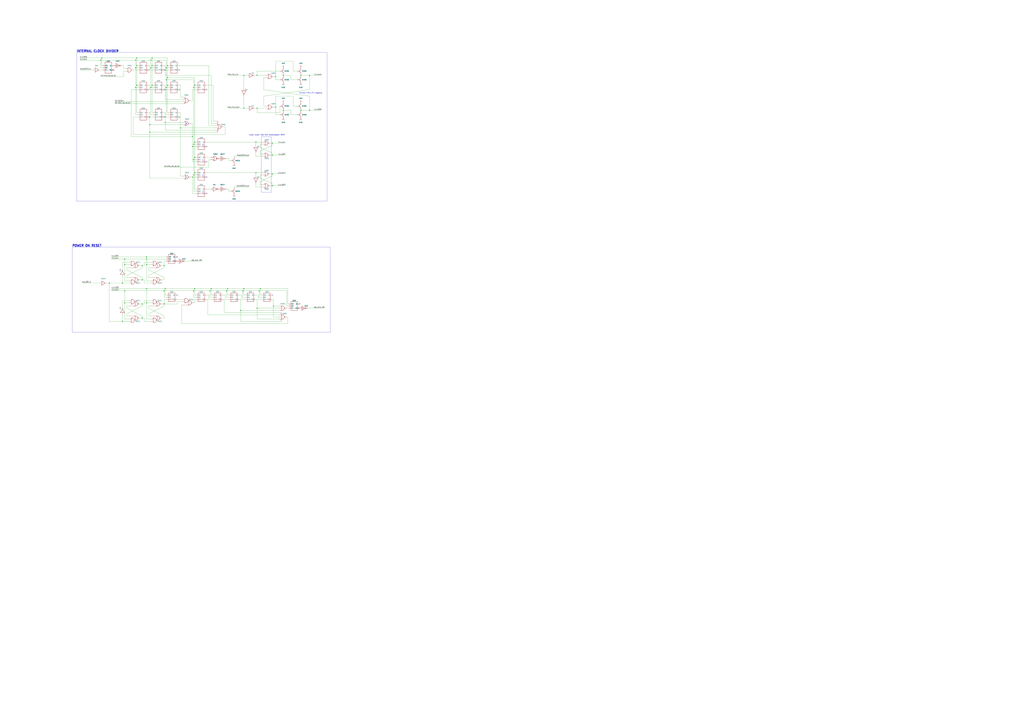
<source format=kicad_sch>
(kicad_sch (version 20231120) (generator "eeschema") (generator_version "8.0")
  (paper "A0")
  (title_block (title "V9958") (rev "WIP") (company "IKA Microelectronics Inc."))
  (lib_symbols
    (symbol "BUF_1"
      (property "Value" "BUF" (at 0 5.08 0))
      (symbol "BUF_1_1_1"
        (pin input line (at -3.81 0 0) (length 2.54) (name "") (number ""))
        (pin output line (at 5.08 0 180) (length 2.54) (name "") (number ""))
      )
    )
    (symbol "NOR3_1"
      (property "Value" "NOR3" (at 0 5.08 0))
      (symbol "NOR3_1_1_1"
        (pin input line (at -3.81 -2.54 0) (length 2.54) (name "") (number ""))
        (pin input line (at -3.81 0 0) (length 3.6) (name "") (number ""))
        (pin input line (at -3.81 2.54 0) (length 2.54) (name "") (number ""))
        (pin output inverted (at 5.08 0 180) (length 2.54) (name "") (number ""))
      )
    )
    (symbol "NOR5_1"
      (property "Value" "NOR5" (at 0 8.89 0))
      (symbol "NOR5_1_1_1"
        (pin input line (at -3.81 -5.08 0) (length 2.54) (name "") (number ""))
        (pin input line (at -3.81 -2.54 0) (length 2.54) (name "") (number ""))
        (pin input line (at -3.81 0 0) (length 3.6) (name "") (number ""))
        (pin input line (at -3.81 2.54 0) (length 2.54) (name "") (number ""))
        (pin input line (at -3.81 5.08 0) (length 2.54) (name "") (number ""))
        (pin output inverted (at 5.08 0 180) (length 2.54) (name "") (number ""))
      )
    )
    (symbol "Raki_ASIC_cells:AND2"
      (property "Value" "AND2" (at 0 5.08 0))
      (symbol "AND2_1_1"
        (pin input line (at -3.81 -1.27 0) (length 2.54) (name "") (number ""))
        (pin input line (at -3.81 1.27 0) (length 2.54) (name "") (number ""))
        (pin output line (at 5.08 0 180) (length 2.54) (name "") (number ""))
      )
    )
    (symbol "Raki_ASIC_cells:AOI21"
      (property "Value" "AOI21" (at 0 7.62 0))
      (symbol "AOI21_1_1"
        (pin input line (at -6.35 -2.54 0) (length 6.35) (name "") (number ""))
        (pin input line (at -6.35 1.27 0) (length 2.54) (name "") (number ""))
        (pin input line (at -6.35 3.81 0) (length 2.54) (name "") (number ""))
        (pin output inverted (at 6.35 0 180) (length 2.54) (name "") (number ""))
      )
    )
    (symbol "Raki_ASIC_cells:BUF"
      (property "Value" "BUF" (at 0 5.08 0))
      (symbol "BUF_1_1"
        (pin input line (at -3.81 0 0) (length 2.54) (name "") (number ""))
        (pin output line (at 5.08 0 180) (length 2.54) (name "") (number ""))
      )
    )
    (symbol "Raki_ASIC_cells:BUFP"
      (property "Value" "BUFP" (at 0 3.81 0))
      (symbol "BUFP_1_1"
        (pin input line (at -3.81 0 0) (length 2.54) (name "") (number ""))
        (pin output line (at 5.08 0 180) (length 2.54) (name "") (number ""))
      )
    )
    (symbol "Raki_ASIC_cells:INV"
      (property "Value" "INV" (at 0 6.35 0))
      (symbol "INV_1_1"
        (pin input line (at -3.81 0 0) (length 2.54) (name "") (number ""))
        (pin output inverted (at 5.08 0 180) (length 2.54) (name "") (number ""))
      )
    )
    (symbol "Raki_ASIC_cells:INVP"
      (property "Value" "INVP" (at 0 5.08 0))
      (symbol "INVP_1_1"
        (pin input line (at -3.81 0 0) (length 2.54) (name "") (number ""))
        (pin output inverted (at 5.08 0 180) (length 2.54) (name "") (number ""))
      )
    )
    (symbol "Raki_ASIC_cells:NMOS"
      (property "Value" "NMOS" (at 0 5.842 0))
      (symbol "NMOS_1_1"
        (pin input line (at -3.81 0 0) (length 2.54) (name "") (number ""))
        (pin input line (at 0 -3.81 90) (length 2.54) (name "") (number ""))
        (pin input line (at 0 3.81 270) (length 2.54) (name "") (number ""))
      )
    )
    (symbol "Raki_ASIC_cells:NOR2"
      (property "Value" "NOR2" (at 0 5.08 0))
      (symbol "NOR2_1_1"
        (pin input line (at -3.81 -1.27 0) (length 3.36) (name "") (number ""))
        (pin input line (at -3.81 1.27 0) (length 3.36) (name "") (number ""))
        (pin output inverted (at 5.08 0 180) (length 2.54) (name "") (number ""))
      )
    )
    (symbol "Raki_ASIC_cells:NOR4"
      (property "Value" "NOR4" (at 0 6.35 0))
      (symbol "NOR4_1_1"
        (pin input line (at -3.81 -3.81 0) (length 2.54) (name "") (number ""))
        (pin input line (at -3.81 -1.27 0) (length 3.36) (name "") (number ""))
        (pin input line (at -3.81 1.27 0) (length 3.36) (name "") (number ""))
        (pin input line (at -3.81 3.81 0) (length 2.54) (name "") (number ""))
        (pin output inverted (at 5.08 0 180) (length 2.54) (name "") (number ""))
      )
    )
    (symbol "Raki_ASIC_cells:NOR6"
      (property "Value" "NOR6" (at 0 8.89 0))
      (symbol "NOR6_1_1"
        (pin input line (at -3.81 -6.35 0) (length 2.54) (name "") (number ""))
        (pin input line (at -3.81 -3.81 0) (length 2.54) (name "") (number ""))
        (pin input line (at -3.81 -1.27 0) (length 3.36) (name "") (number ""))
        (pin input line (at -3.81 1.27 0) (length 3.36) (name "") (number ""))
        (pin input line (at -3.81 3.81 0) (length 2.54) (name "") (number ""))
        (pin input line (at -3.81 6.35 0) (length 2.54) (name "") (number ""))
        (pin output inverted (at 5.08 0 180) (length 2.54) (name "") (number ""))
      )
    )
    (symbol "Raki_ASIC_cells:VY_DSR_small"
      (property "Value" "VY_DSR_small" (at 0 8.89 0))
      (symbol "VY_DSR_small_1_1"
        (pin input line (at -6.35 -2.54 0) (length 2.54) (name "D") (number ""))
        (pin output line (at 6.35 2.54 180) (length 2.54) (name "Q") (number ""))
        (pin output inverted (at 6.35 -2.54 180) (length 2.54) (name "~{Q}") (number ""))
        (pin input line (at -6.35 0 0) (length 2.54) (name "Φ1") (number ""))
        (pin input line (at -6.35 2.54 0) (length 2.54) (name "Φ2") (number ""))
      )
    )
    (symbol "VY_DSR_small_1"
      (property "Value" "VY_DSR_small" (at 0 8.89 0))
      (symbol "VY_DSR_small_1_1_1"
        (pin input line (at -6.35 -2.54 0) (length 2.54) (name "D") (number ""))
        (pin output line (at 6.35 2.54 180) (length 2.54) (name "Q") (number ""))
        (pin output inverted (at 6.35 -2.54 180) (length 2.54) (name "~{Q}") (number ""))
        (pin input line (at -6.35 0 0) (length 2.54) (name "Φ1") (number ""))
        (pin input line (at -6.35 2.54 0) (length 2.54) (name "Φ2") (number ""))
      )
    )
    (symbol "power:GND" (power) (pin_numbers hide) (pin_names (offset 0) hide)
      (property "Value" "GND" (at 0 -3.81 0))
      (symbol "GND_1_1"
        (pin power_in line (at 0 0 270) (length 0) (name "~") (number "1"))
      )
    )
    (symbol "power:VDD" (power) (pin_numbers hide) (pin_names (offset 0) hide)
      (property "Value" "VDD" (at 0 3.556 0))
      (symbol "VDD_1_1"
        (pin power_in line (at 0 0 90) (length 0) (name "~") (number "1"))
      )
    )
  )
  (junction (at 191.77 104.14))
  (junction (at 283.21 335.28))
  (junction (at 223.52 205.74))
  (junction (at 264.16 335.28))
  (junction (at 316.23 166.37))
  (junction (at 193.04 101.6))
  (junction (at 175.26 78.74))
  (junction (at 223.52 158.75))
  (junction (at 224.79 337.82))
  (junction (at 320.04 88.9))
  (junction (at 158.75 76.2))
  (junction (at 320.04 124.46))
  (junction (at 298.45 358.14))
  (junction (at 170.18 335.28))
  (junction (at 328.93 87.63))
  (junction (at 224.79 167.64))
  (junction (at 226.06 200.66))
  (junction (at 349.25 87.63))
  (junction (at 224.79 101.6))
  (junction (at 194.31 99.06))
  (junction (at 191.77 335.28))
  (junction (at 298.45 125.73))
  (junction (at 262.89 337.82))
  (junction (at 144.78 300.99))
  (junction (at 144.78 307.34))
  (junction (at 194.31 90.17))
  (junction (at 157.48 78.74))
  (junction (at 302.26 335.28))
  (junction (at 157.48 69.85))
  (junction (at 297.18 165.1))
  (junction (at 283.21 125.73))
  (junction (at 170.18 298.45))
  (junction (at 359.41 87.63))
  (junction (at 142.24 373.38))
  (junction (at 226.06 165.1))
  (junction (at 194.31 76.2))
  (junction (at 158.75 67.31))
  (junction (at 223.52 170.18))
  (junction (at 283.21 87.63))
  (junction (at 359.41 128.27))
  (junction (at 226.06 99.06))
  (junction (at 144.78 351.79))
  (junction (at 224.79 185.42))
  (junction (at 173.99 144.78))
  (junction (at 300.99 337.82))
  (junction (at 281.94 337.82))
  (junction (at 316.23 180.34))
  (junction (at 317.5 355.6))
  (junction (at 118.11 67.31))
  (junction (at 245.11 335.28))
  (junction (at 297.18 200.66))
  (junction (at 176.53 67.31))
  (junction (at 226.06 182.88))
  (junction (at 175.26 101.6))
  (junction (at 316.23 201.93))
  (junction (at 170.18 351.79))
  (junction (at 190.5 308.61))
  (junction (at 191.77 81.28))
  (junction (at 165.1 369.57))
  (junction (at 298.45 87.63))
  (junction (at 190.5 353.06))
  (junction (at 279.4 360.68))
  (junction (at 175.26 69.85))
  (junction (at 116.84 69.85))
  (junction (at 176.53 76.2))
  (junction (at 193.04 92.71))
  (junction (at 165.1 353.06))
  (junction (at 142.24 328.93))
  (junction (at 165.1 325.12))
  (junction (at 191.77 142.24))
  (junction (at 165.1 308.61))
  (junction (at 316.23 215.9))
  (junction (at 173.99 135.89))
  (junction (at 170.18 300.99))
  (junction (at 243.84 337.82))
  (junction (at 173.99 153.67))
  (junction (at 349.25 128.27))
  (junction (at 170.18 307.34))
  (junction (at 176.53 99.06))
  (junction (at 158.75 99.06))
  (junction (at 144.78 337.82))
  (junction (at 127 328.93))
  (junction (at 224.79 203.2))
  (junction (at 328.93 128.27))
  (junction (at 209.55 148.59))
  (junction (at 226.06 335.28))
  (junction (at 190.5 337.82))
  (junction (at 191.77 135.89))
  (junction (at 193.04 78.74))
  (junction (at 157.48 101.6))
  (no_connect (at 240.03 104.14))
  (no_connect (at 205.74 342.9))
  (no_connect (at 240.03 187.96))
  (no_connect (at 205.74 298.45))
  (no_connect (at 316.23 342.9))
  (no_connect (at 172.72 81.28))
  (no_connect (at 240.03 224.79))
  (no_connect (at 172.72 104.14))
  (no_connect (at 172.72 135.89))
  (no_connect (at 240.03 205.74))
  (no_connect (at 347.98 353.06))
  (no_connect (at 208.28 104.14))
  (no_connect (at 208.28 81.28))
  (no_connect (at 190.5 81.28))
  (no_connect (at 240.03 170.18))
  (no_connect (at 190.5 104.14))
  (no_connect (at 190.5 135.89))
  (no_connect (at 208.28 135.89))
  (no_connect (at 132.08 81.28))
  (wire (pts (xy 297.18 181.61) (xy 304.8 181.61)))
  (wire (pts (xy 177.8 130.81) (xy 176.53 130.81)))
  (wire (pts (xy 243.84 337.82) (xy 262.89 337.82)))
  (wire (pts (xy 191.77 81.28) (xy 195.58 81.28)))
  (wire (pts (xy 209.55 148.59) (xy 209.55 204.47)))
  (wire (pts (xy 173.99 153.67) (xy 173.99 144.78)))
  (wire (pts (xy 157.48 69.85) (xy 175.26 69.85)))
  (wire (pts (xy 377.19 358.14) (xy 356.87 358.14)))
  (wire (pts (xy 320.04 111.76) (xy 340.36 111.76)))
  (wire (pts (xy 208.28 99.06) (xy 209.55 99.06)))
  (wire (pts (xy 167.64 325.12) (xy 165.1 325.12)))
  (wire (pts (xy 190.5 325.12) (xy 187.96 325.12)))
  (wire (pts (xy 302.26 335.28) (xy 334.01 335.28)))
  (wire (pts (xy 143.51 82.55) (xy 143.51 88.9)))
  (wire (pts (xy 173.99 135.89) (xy 177.8 135.89)))
  (wire (pts (xy 176.53 99.06) (xy 176.53 130.81)))
  (wire (pts (xy 227.33 222.25) (xy 224.79 222.25)))
  (wire (pts (xy 298.45 87.63) (xy 308.61 87.63)))
  (wire (pts (xy 195.58 133.35) (xy 193.04 133.35)))
  (wire (pts (xy 152.4 104.14) (xy 152.4 158.75)))
  (wire (pts (xy 190.5 322.58) (xy 190.5 325.12)))
  (wire (pts (xy 323.85 373.38) (xy 279.4 373.38)))
  (wire (pts (xy 297.18 165.1) (xy 297.18 168.91)))
  (wire (pts (xy 190.5 367.03) (xy 190.5 369.57)))
  (wire (pts (xy 160.02 133.35) (xy 157.48 133.35)))
  (wire (pts (xy 323.85 368.3) (xy 317.5 368.3)))
  (wire (pts (xy 127 373.38) (xy 127 328.93)))
  (wire (pts (xy 261.62 342.9) (xy 261.62 347.98)))
  (wire (pts (xy 245.11 335.28) (xy 264.16 335.28)))
  (wire (pts (xy 226.06 99.06) (xy 226.06 165.1)))
  (wire (pts (xy 158.75 67.31) (xy 176.53 67.31)))
  (wire (pts (xy 317.5 124.46) (xy 320.04 124.46)))
  (wire (pts (xy 241.3 365.76) (xy 241.3 347.98)))
  (wire (pts (xy 143.51 80.01) (xy 146.05 80.01)))
  (wire (pts (xy 154.94 135.89) (xy 160.02 135.89)))
  (wire (pts (xy 359.41 111.76) (xy 359.41 128.27)))
  (wire (pts (xy 359.41 104.14) (xy 306.07 111.76)))
  (wire (pts (xy 281.94 345.44) (xy 281.94 337.82)))
  (wire (pts (xy 283.21 335.28) (xy 302.26 335.28)))
  (wire (pts (xy 191.77 81.28) (xy 191.77 87.63)))
  (wire (pts (xy 302.26 171.45) (xy 316.23 177.8)))
  (wire (pts (xy 147.32 358.14) (xy 165.1 367.03)))
  (wire (pts (xy 147.32 364.49) (xy 165.1 355.6)))
  (wire (pts (xy 223.52 104.14) (xy 223.52 116.84)))
  (wire (pts (xy 349.25 128.27) (xy 349.25 129.54)))
  (wire (pts (xy 175.26 307.34) (xy 170.18 307.34)))
  (wire (pts (xy 320.04 111.76) (xy 320.04 124.46)))
  (wire (pts (xy 250.19 153.67) (xy 173.99 153.67)))
  (wire (pts (xy 170.18 307.34) (xy 170.18 326.39)))
  (wire (pts (xy 334.01 353.06) (xy 334.01 335.28)))
  (wire (pts (xy 295.91 87.63) (xy 298.45 87.63)))
  (wire (pts (xy 337.82 133.35) (xy 337.82 128.27)))
  (wire (pts (xy 149.86 307.34) (xy 144.78 307.34)))
  (wire (pts (xy 316.23 201.93) (xy 331.47 201.93)))
  (wire (pts (xy 167.64 304.8) (xy 167.64 308.61)))
  (wire (pts (xy 332.74 337.82) (xy 300.99 337.82)))
  (wire (pts (xy 144.78 307.34) (xy 144.78 326.39)))
  (wire (pts (xy 162.56 308.61) (xy 165.1 308.61)))
  (wire (pts (xy 247.65 99.06) (xy 247.65 140.97)))
  (wire (pts (xy 265.43 345.44) (xy 262.89 345.44)))
  (wire (pts (xy 175.26 304.8) (xy 167.64 304.8)))
  (wire (pts (xy 262.89 345.44) (xy 262.89 337.82)))
  (wire (pts (xy 157.48 78.74) (xy 157.48 101.6)))
  (wire (pts (xy 160.02 76.2) (xy 158.75 76.2)))
  (wire (pts (xy 170.18 351.79) (xy 170.18 370.84)))
  (wire (pts (xy 306.07 111.76) (xy 306.07 123.19)))
  (wire (pts (xy 116.84 81.28) (xy 119.38 81.28)))
  (wire (pts (xy 177.8 101.6) (xy 175.26 101.6)))
  (wire (pts (xy 167.64 349.25) (xy 167.64 353.06)))
  (wire (pts (xy 317.5 347.98) (xy 316.23 347.98)))
  (wire (pts (xy 170.18 300.99) (xy 170.18 307.34)))
  (wire (pts (xy 170.18 326.39) (xy 175.26 326.39)))
  (wire (pts (xy 234.95 303.53) (xy 214.63 303.53)))
  (wire (pts (xy 210.82 375.92) (xy 334.01 375.92)))
  (wire (pts (xy 289.56 217.17) (xy 271.78 217.17)))
  (wire (pts (xy 173.99 144.78) (xy 173.99 135.89)))
  (wire (pts (xy 212.09 142.24) (xy 191.77 142.24)))
  (wire (pts (xy 240.03 165.1) (xy 297.18 165.1)))
  (wire (pts (xy 175.26 311.15) (xy 172.72 311.15)))
  (wire (pts (xy 193.04 101.6) (xy 193.04 133.35)))
  (wire (pts (xy 190.5 99.06) (xy 191.77 99.06)))
  (wire (pts (xy 177.8 133.35) (xy 175.26 133.35)))
  (wire (pts (xy 190.5 345.44) (xy 193.04 345.44)))
  (wire (pts (xy 328.93 87.63) (xy 328.93 88.9)))
  (wire (pts (xy 349.25 127) (xy 349.25 128.27)))
  (wire (pts (xy 209.55 113.03) (xy 212.09 113.03)))
  (wire (pts (xy 345.44 92.71) (xy 337.82 92.71)))
  (wire (pts (xy 175.26 69.85) (xy 175.26 78.74)))
  (wire (pts (xy 191.77 76.2) (xy 191.77 81.28)))
  (wire (pts (xy 193.04 69.85) (xy 193.04 78.74)))
  (wire (pts (xy 223.52 205.74) (xy 227.33 205.74)))
  (wire (pts (xy 146.05 82.55) (xy 143.51 82.55)))
  (wire (pts (xy 323.85 355.6) (xy 317.5 355.6)))
  (wire (pts (xy 283.21 125.73) (xy 287.02 125.73)))
  (wire (pts (xy 259.08 342.9) (xy 261.62 342.9)))
  (wire (pts (xy 119.38 76.2) (xy 118.11 76.2)))
  (wire (pts (xy 227.33 185.42) (xy 224.79 185.42)))
  (wire (pts (xy 205.74 347.98) (xy 212.09 347.98)))
  (wire (pts (xy 175.26 349.25) (xy 167.64 349.25)))
  (wire (pts (xy 261.62 347.98) (xy 265.43 347.98)))
  (wire (pts (xy 303.53 345.44) (xy 300.99 345.44)))
  (wire (pts (xy 265.43 184.15) (xy 262.89 184.15)))
  (wire (pts (xy 245.11 87.63) (xy 245.11 143.51)))
  (wire (pts (xy 316.23 177.8) (xy 316.23 180.34)))
  (wire (pts (xy 337.82 92.71) (xy 337.82 87.63)))
  (wire (pts (xy 245.11 185.42) (xy 242.57 185.42)))
  (wire (pts (xy 191.77 335.28) (xy 226.06 335.28)))
  (wire (pts (xy 283.21 342.9) (xy 283.21 335.28)))
  (wire (pts (xy 190.5 311.15) (xy 190.5 308.61)))
  (wire (pts (xy 302.26 203.2) (xy 302.26 207.01)))
  (wire (pts (xy 173.99 76.2) (xy 173.99 81.28)))
  (wire (pts (xy 149.86 355.6) (xy 147.32 355.6)))
  (wire (pts (xy 142.24 321.31) (xy 142.24 328.93)))
  (wire (pts (xy 223.52 170.18) (xy 223.52 187.96)))
  (wire (pts (xy 152.4 104.14) (xy 160.02 104.14)))
  (wire (pts (xy 175.26 78.74) (xy 175.26 101.6)))
  (wire (pts (xy 226.06 90.17) (xy 226.06 99.06)))
  (wire (pts (xy 172.72 311.15) (xy 172.72 313.69)))
  (wire (pts (xy 194.31 90.17) (xy 194.31 99.06)))
  (wire (pts (xy 302.26 342.9) (xy 302.26 335.28)))
  (wire (pts (xy 316.23 213.36) (xy 316.23 215.9)))
  (wire (pts (xy 340.36 82.55) (xy 345.44 82.55)))
  (wire (pts (xy 170.18 335.28) (xy 170.18 351.79)))
  (wire (pts (xy 176.53 67.31) (xy 194.31 67.31)))
  (wire (pts (xy 223.52 224.79) (xy 227.33 224.79)))
  (wire (pts (xy 195.58 76.2) (xy 194.31 76.2)))
  (wire (pts (xy 227.33 342.9) (xy 226.06 342.9)))
  (wire (pts (xy 320.04 92.71) (xy 325.12 92.71)))
  (wire (pts (xy 144.78 300.99) (xy 144.78 307.34)))
  (wire (pts (xy 223.52 170.18) (xy 227.33 170.18)))
  (wire (pts (xy 220.98 143.51) (xy 223.52 143.51)))
  (wire (pts (xy 170.18 300.99) (xy 193.04 300.99)))
  (wire (pts (xy 271.78 217.17) (xy 271.78 218.44)))
  (wire (pts (xy 227.33 104.14) (xy 223.52 104.14)))
  (wire (pts (xy 320.04 133.35) (xy 325.12 133.35)))
  (wire (pts (xy 240.03 342.9) (xy 242.57 342.9)))
  (wire (pts (xy 283.21 87.63) (xy 283.21 102.87)))
  (wire (pts (xy 335.28 353.06) (xy 334.01 353.06)))
  (wire (pts (xy 165.1 325.12) (xy 162.56 325.12)))
  (wire (pts (xy 240.03 200.66) (xy 297.18 200.66)))
  (wire (pts (xy 298.45 358.14) (xy 298.45 347.98)))
  (wire (pts (xy 142.24 349.25) (xy 142.24 356.87)))
  (wire (pts (xy 320.04 88.9) (xy 320.04 92.71)))
  (wire (pts (xy 190.5 303.53) (xy 193.04 303.53)))
  (wire (pts (xy 175.26 328.93) (xy 167.64 328.93)))
  (wire (pts (xy 193.04 78.74) (xy 193.04 92.71)))
  (wire (pts (xy 170.18 370.84) (xy 175.26 370.84)))
  (wire (pts (xy 205.74 350.52) (xy 205.74 353.06)))
  (wire (pts (xy 158.75 67.31) (xy 158.75 76.2)))
  (wire (pts (xy 227.33 203.2) (xy 224.79 203.2)))
  (wire (pts (xy 317.5 88.9) (xy 320.04 88.9)))
  (wire (pts (xy 142.24 304.8) (xy 142.24 312.42)))
  (wire (pts (xy 224.79 92.71) (xy 224.79 101.6)))
  (wire (pts (xy 227.33 101.6) (xy 224.79 101.6)))
  (wire (pts (xy 245.11 219.71) (xy 240.03 219.71)))
  (wire (pts (xy 264.16 125.73) (xy 283.21 125.73)))
  (wire (pts (xy 302.26 167.64) (xy 302.26 171.45)))
  (wire (pts (xy 142.24 328.93) (xy 149.86 328.93)))
  (wire (pts (xy 212.09 144.78) (xy 173.99 144.78)))
  (wire (pts (xy 118.11 67.31) (xy 118.11 76.2)))
  (wire (pts (xy 304.8 203.2) (xy 302.26 203.2)))
  (wire (pts (xy 264.16 335.28) (xy 283.21 335.28)))
  (wire (pts (xy 191.77 151.13) (xy 191.77 142.24)))
  (wire (pts (xy 243.84 345.44) (xy 243.84 337.82)))
  (wire (pts (xy 147.32 322.58) (xy 149.86 322.58)))
  (wire (pts (xy 316.23 204.47) (xy 316.23 201.93)))
  (wire (pts (xy 242.57 347.98) (xy 246.38 347.98)))
  (wire (pts (xy 262.89 337.82) (xy 281.94 337.82)))
  (wire (pts (xy 227.33 99.06) (xy 226.06 99.06)))
  (wire (pts (xy 226.06 351.79) (xy 226.06 347.98)))
  (wire (pts (xy 240.03 182.88) (xy 245.11 182.88)))
  (wire (pts (xy 297.18 217.17) (xy 304.8 217.17)))
  (wire (pts (xy 154.94 156.21) (xy 154.94 135.89)))
  (wire (pts (xy 144.78 300.99) (xy 170.18 300.99)))
  (wire (pts (xy 191.77 130.81) (xy 191.77 135.89)))
  (wire (pts (xy 316.23 215.9) (xy 313.69 215.9)))
  (wire (pts (xy 212.09 207.01) (xy 173.99 207.01)))
  (wire (pts (xy 144.78 351.79) (xy 144.78 370.84)))
  (wire (pts (xy 320.04 71.12) (xy 340.36 71.12)))
  (wire (pts (xy 226.06 347.98) (xy 227.33 347.98)))
  (wire (pts (xy 149.86 351.79) (xy 144.78 351.79)))
  (wire (pts (xy 92.71 69.85) (xy 116.84 69.85)))
  (wire (pts (xy 162.56 353.06) (xy 165.1 353.06)))
  (wire (pts (xy 167.64 328.93) (xy 167.64 325.12)))
  (wire (pts (xy 265.43 222.25) (xy 267.97 222.25)))
  (wire (pts (xy 177.8 76.2) (xy 176.53 76.2)))
  (wire (pts (xy 316.23 166.37) (xy 313.69 166.37)))
  (wire (pts (xy 165.1 355.6) (xy 165.1 353.06)))
  (wire (pts (xy 152.4 158.75) (xy 223.52 158.75)))
  (wire (pts (xy 116.84 69.85) (xy 116.84 78.74)))
  (wire (pts (xy 194.31 90.17) (xy 226.06 90.17)))
  (wire (pts (xy 246.38 345.44) (xy 243.84 345.44)))
  (wire (pts (xy 349.25 87.63) (xy 359.41 87.63)))
  (wire (pts (xy 337.82 128.27) (xy 328.93 128.27)))
  (wire (pts (xy 194.31 99.06) (xy 194.31 130.81)))
  (wire (pts (xy 158.75 99.06) (xy 158.75 130.81)))
  (wire (pts (xy 147.32 320.04) (xy 147.32 322.58)))
  (wire (pts (xy 167.64 369.57) (xy 165.1 369.57)))
  (wire (pts (xy 173.99 81.28) (xy 177.8 81.28)))
  (wire (pts (xy 298.45 130.81) (xy 298.45 125.73)))
  (wire (pts (xy 144.78 370.84) (xy 149.86 370.84)))
  (wire (pts (xy 289.56 181.61) (xy 271.78 181.61)))
  (wire (pts (xy 224.79 203.2) (xy 224.79 222.25)))
  (wire (pts (xy 332.74 355.6) (xy 332.74 337.82)))
  (wire (pts (xy 323.85 358.14) (xy 298.45 358.14)))
  (wire (pts (xy 172.72 358.14) (xy 190.5 367.03)))
  (wire (pts (xy 349.25 87.63) (xy 349.25 88.9)))
  (wire (pts (xy 208.28 76.2) (xy 242.57 76.2)))
  (wire (pts (xy 334.01 368.3) (xy 334.01 375.92)))
  (wire (pts (xy 297.18 165.1) (xy 304.8 165.1)))
  (wire (pts (xy 95.25 328.93) (xy 115.57 328.93)))
  (wire (pts (xy 195.58 130.81) (xy 194.31 130.81)))
  (wire (pts (xy 191.77 142.24) (xy 191.77 135.89)))
  (wire (pts (xy 306.07 104.14) (xy 306.07 90.17)))
  (wire (pts (xy 224.79 101.6) (xy 224.79 167.64)))
  (wire (pts (xy 142.24 304.8) (xy 149.86 304.8)))
  (wire (pts (xy 340.36 111.76) (xy 340.36 123.19)))
  (wire (pts (xy 320.04 71.12) (xy 320.04 88.9)))
  (wire (pts (xy 129.54 335.28) (xy 170.18 335.28)))
  (wire (pts (xy 246.38 342.9) (xy 245.11 342.9)))
  (wire (pts (xy 250.19 151.13) (xy 191.77 151.13)))
  (wire (pts (xy 191.77 87.63) (xy 245.11 87.63)))
  (wire (pts (xy 359.41 87.63) (xy 373.38 87.63)))
  (wire (pts (xy 240.03 99.06) (xy 247.65 99.06)))
  (wire (pts (xy 242.57 146.05) (xy 250.19 146.05)))
  (wire (pts (xy 349.25 86.36) (xy 349.25 87.63)))
  (wire (pts (xy 143.51 76.2) (xy 143.51 80.01)))
  (wire (pts (xy 190.5 347.98) (xy 193.04 347.98)))
  (wire (pts (xy 172.72 320.04) (xy 190.5 311.15)))
  (wire (pts (xy 165.1 311.15) (xy 165.1 308.61)))
  (wire (pts (xy 271.78 181.61) (xy 271.78 182.88)))
  (wire (pts (xy 191.77 342.9) (xy 193.04 342.9)))
  (wire (pts (xy 165.1 369.57) (xy 162.56 369.57)))
  (wire (pts (xy 175.26 101.6) (xy 175.26 133.35)))
  (wire (pts (xy 349.25 128.27) (xy 359.41 128.27)))
  (wire (pts (xy 325.12 130.81) (xy 298.45 130.81)))
  (wire (pts (xy 172.72 313.69) (xy 190.5 322.58)))
  (wire (pts (xy 265.43 186.69) (xy 265.43 184.15)))
  (wire (pts (xy 190.5 345.44) (xy 190.5 337.82)))
  (wire (pts (xy 316.23 180.34) (xy 331.47 180.34)))
  (wire (pts (xy 133.35 120.65) (xy 212.09 120.65)))
  (wire (pts (xy 160.02 99.06) (xy 158.75 99.06)))
  (wire (pts (xy 194.31 67.31) (xy 194.31 76.2)))
  (wire (pts (xy 175.26 355.6) (xy 172.72 355.6)))
  (wire (pts (xy 209.55 130.81) (xy 209.55 148.59)))
  (wire (pts (xy 316.23 168.91) (xy 316.23 166.37)))
  (wire (pts (xy 173.99 153.67) (xy 173.99 207.01)))
  (wire (pts (xy 147.32 367.03) (xy 149.86 367.03)))
  (wire (pts (xy 224.79 345.44) (xy 224.79 337.82)))
  (wire (pts (xy 300.99 345.44) (xy 300.99 337.82)))
  (wire (pts (xy 92.71 81.28) (xy 107.95 81.28)))
  (wire (pts (xy 304.8 179.07) (xy 302.26 179.07)))
  (wire (pts (xy 158.75 76.2) (xy 158.75 99.06)))
  (wire (pts (xy 226.06 335.28) (xy 245.11 335.28)))
  (wire (pts (xy 298.45 82.55) (xy 298.45 87.63)))
  (wire (pts (xy 316.23 166.37) (xy 331.47 166.37)))
  (wire (pts (xy 176.53 76.2) (xy 176.53 99.06)))
  (wire (pts (xy 281.94 337.82) (xy 300.99 337.82)))
  (wire (pts (xy 154.94 81.28) (xy 160.02 81.28)))
  (wire (pts (xy 175.26 373.38) (xy 167.64 373.38)))
  (wire (pts (xy 320.04 124.46) (xy 320.04 133.35)))
  (wire (pts (xy 194.31 76.2) (xy 194.31 90.17)))
  (wire (pts (xy 265.43 342.9) (xy 264.16 342.9)))
  (wire (pts (xy 191.77 135.89) (xy 195.58 135.89)))
  (wire (pts (xy 223.52 187.96) (xy 227.33 187.96)))
  (wire (pts (xy 226.06 342.9) (xy 226.06 335.28)))
  (wire (pts (xy 191.77 335.28) (xy 191.77 342.9)))
  (wire (pts (xy 142.24 373.38) (xy 127 373.38)))
  (wire (pts (xy 306.07 90.17) (xy 308.61 90.17)))
  (wire (pts (xy 308.61 123.19) (xy 306.07 123.19)))
  (wire (pts (xy 172.72 320.04) (xy 172.72 322.58)))
  (wire (pts (xy 212.09 115.57) (xy 191.77 115.57)))
  (wire (pts (xy 193.04 92.71) (xy 224.79 92.71)))
  (wire (pts (xy 284.48 342.9) (xy 283.21 342.9)))
  (wire (pts (xy 328.93 128.27) (xy 328.93 129.54)))
  (wire (pts (xy 250.19 148.59) (xy 209.55 148.59)))
  (wire (pts (xy 129.54 300.99) (xy 144.78 300.99)))
  (wire (pts (xy 191.77 115.57) (xy 191.77 104.14)))
  (wire (pts (xy 147.32 364.49) (xy 147.32 367.03)))
  (wire (pts (xy 297.18 342.9) (xy 299.72 342.9)))
  (wire (pts (xy 172.72 322.58) (xy 175.26 322.58)))
  (wire (pts (xy 304.8 167.64) (xy 302.26 167.64)))
  (wire (pts (xy 144.78 326.39) (xy 149.86 326.39)))
  (wire (pts (xy 241.3 347.98) (xy 240.03 347.98)))
  (wire (pts (xy 191.77 99.06) (xy 191.77 104.14)))
  (wire (pts (xy 297.18 177.8) (xy 297.18 181.61)))
  (wire (pts (xy 242.57 185.42) (xy 242.57 194.31)))
  (wire (pts (xy 265.43 186.69) (xy 267.97 186.69)))
  (wire (pts (xy 317.5 355.6) (xy 317.5 347.98)))
  (wire (pts (xy 264.16 335.28) (xy 264.16 342.9)))
  (wire (pts (xy 142.24 373.38) (xy 149.86 373.38)))
  (wire (pts (xy 328.93 86.36) (xy 328.93 87.63)))
  (wire (pts (xy 223.52 158.75) (xy 223.52 170.18)))
  (wire (pts (xy 245.11 342.9) (xy 245.11 335.28)))
  (wire (pts (xy 195.58 101.6) (xy 193.04 101.6)))
  (wire (pts (xy 265.43 222.25) (xy 265.43 219.71)))
  (wire (pts (xy 160.02 101.6) (xy 157.48 101.6)))
  (wire (pts (xy 328.93 127) (xy 328.93 128.27)))
  (wire (pts (xy 172.72 130.81) (xy 173.99 130.81)))
  (wire (pts (xy 147.32 320.04) (xy 165.1 311.15)))
  (wire (pts (xy 317.5 368.3) (xy 317.5 355.6)))
  (wire (pts (xy 212.09 118.11) (xy 133.35 118.11)))
  (wire (pts (xy 118.11 67.31) (xy 158.75 67.31)))
  (wire (pts (xy 227.33 345.44) (xy 224.79 345.44)))
  (wire (pts (xy 261.62 156.21) (xy 154.94 156.21)))
  (wire (pts (xy 226.06 200.66) (xy 226.06 219.71)))
  (wire (pts (xy 295.91 125.73) (xy 298.45 125.73)))
  (wire (pts (xy 190.5 194.31) (xy 242.57 194.31)))
  (wire (pts (xy 172.72 76.2) (xy 173.99 76.2)))
  (wire (pts (xy 359.41 128.27) (xy 373.38 128.27)))
  (wire (pts (xy 195.58 99.06) (xy 194.31 99.06)))
  (wire (pts (xy 147.32 313.69) (xy 165.1 322.58)))
  (wire (pts (xy 260.35 347.98) (xy 260.35 363.22)))
  (wire (pts (xy 242.57 342.9) (xy 242.57 347.98)))
  (wire (pts (xy 316.23 201.93) (xy 313.69 201.93)))
  (wire (pts (xy 279.4 347.98) (xy 279.4 360.68)))
  (wire (pts (xy 279.4 360.68) (xy 323.85 360.68)))
  (wire (pts (xy 302.26 175.26) (xy 316.23 168.91)))
  (wire (pts (xy 279.4 373.38) (xy 279.4 360.68)))
  (wire (pts (xy 298.45 347.98) (xy 297.18 347.98)))
  (wire (pts (xy 173.99 130.81) (xy 173.99 135.89)))
  (wire (pts (xy 224.79 167.64) (xy 224.79 185.42)))
  (wire (pts (xy 220.98 116.84) (xy 223.52 116.84)))
  (wire (pts (xy 191.77 104.14) (xy 195.58 104.14)))
  (wire (pts (xy 116.84 88.9) (xy 143.51 88.9)))
  (wire (pts (xy 226.06 165.1) (xy 226.06 182.88)))
  (wire (pts (xy 160.02 78.74) (xy 157.48 78.74)))
  (wire (pts (xy 190.5 347.98) (xy 190.5 353.06)))
  (wire (pts (xy 177.8 99.06) (xy 176.53 99.06)))
  (wire (pts (xy 175.26 69.85) (xy 193.04 69.85)))
  (wire (pts (xy 280.67 347.98) (xy 284.48 347.98)))
  (wire (pts (xy 144.78 337.82) (xy 190.5 337.82)))
  (wire (pts (xy 165.1 367.03) (xy 165.1 369.57)))
  (wire (pts (xy 306.07 104.14) (xy 359.41 111.76)))
  (wire (pts (xy 212.09 204.47) (xy 209.55 204.47)))
  (wire (pts (xy 173.99 104.14) (xy 177.8 104.14)))
  (wire (pts (xy 172.72 364.49) (xy 190.5 355.6)))
  (wire (pts (xy 323.85 370.84) (xy 298.45 370.84)))
  (wire (pts (xy 190.5 355.6) (xy 190.5 353.06)))
  (wire (pts (xy 335.28 355.6) (xy 332.74 355.6)))
  (wire (pts (xy 157.48 69.85) (xy 157.48 78.74)))
  (wire (pts (xy 340.36 123.19) (xy 345.44 123.19)))
  (wire (pts (xy 297.18 200.66) (xy 297.18 204.47)))
  (wire (pts (xy 223.52 205.74) (xy 223.52 224.79)))
  (wire (pts (xy 245.11 143.51) (xy 250.19 143.51)))
  (wire (pts (xy 209.55 99.06) (xy 209.55 113.03)))
  (wire (pts (xy 302.26 179.07) (xy 302.26 175.26)))
  (wire (pts (xy 92.71 67.31) (xy 118.11 67.31)))
  (wire (pts (xy 190.5 303.53) (xy 190.5 308.61)))
  (wire (pts (xy 195.58 78.74) (xy 193.04 78.74)))
  (wire (pts (xy 212.09 350.52) (xy 205.74 350.52)))
  (wire (pts (xy 119.38 78.74) (xy 116.84 78.74)))
  (wire (pts (xy 302.26 214.63) (xy 302.26 210.82)))
  (wire (pts (xy 283.21 111.76) (xy 283.21 125.73)))
  (wire (pts (xy 283.21 87.63) (xy 287.02 87.63)))
  (wire (pts (xy 165.1 322.58) (xy 165.1 325.12)))
  (wire (pts (xy 160.02 130.81) (xy 158.75 130.81)))
  (wire (pts (xy 177.8 78.74) (xy 175.26 78.74)))
  (wire (pts (xy 193.04 92.71) (xy 193.04 101.6)))
  (wire (pts (xy 335.28 358.14) (xy 332.74 358.14)))
  (wire (pts (xy 226.06 182.88) (xy 226.06 200.66)))
  (wire (pts (xy 260.35 363.22) (xy 323.85 363.22)))
  (wire (pts (xy 304.8 214.63) (xy 302.26 214.63)))
  (wire (pts (xy 176.53 67.31) (xy 176.53 76.2)))
  (wire (pts (xy 261.62 147.32) (xy 261.62 156.21)))
  (wire (pts (xy 116.84 69.85) (xy 157.48 69.85)))
  (wire (pts (xy 140.97 76.2) (xy 143.51 76.2)))
  (wire (pts (xy 165.1 353.06) (xy 167.64 353.06)))
  (wire (pts (xy 170.18 298.45) (xy 193.04 298.45)))
  (wire (pts (xy 325.12 82.55) (xy 298.45 82.55)))
  (wire (pts (xy 284.48 345.44) (xy 281.94 345.44)))
  (wire (pts (xy 142.24 365.76) (xy 142.24 373.38)))
  (wire (pts (xy 127 328.93) (xy 142.24 328.93)))
  (wire (pts (xy 172.72 99.06) (xy 173.99 99.06)))
  (wire (pts (xy 190.5 337.82) (xy 224.79 337.82)))
  (wire (pts (xy 298.45 125.73) (xy 308.61 125.73)))
  (wire (pts (xy 149.86 311.15) (xy 147.32 311.15)))
  (wire (pts (xy 142.24 349.25) (xy 149.86 349.25)))
  (wire (pts (xy 210.82 354.33) (xy 212.09 354.33)))
  (wire (pts (xy 167.64 373.38) (xy 167.64 369.57)))
  (wire (pts (xy 157.48 101.6) (xy 157.48 133.35)))
  (wire (pts (xy 332.74 368.3) (xy 334.01 368.3)))
  (wire (pts (xy 190.5 353.06) (xy 205.74 353.06)))
  (wire (pts (xy 190.5 76.2) (xy 191.77 76.2)))
  (wire (pts (xy 172.72 355.6) (xy 172.72 358.14)))
  (wire (pts (xy 175.26 351.79) (xy 170.18 351.79)))
  (wire (pts (xy 190.5 130.81) (xy 191.77 130.81)))
  (wire (pts (xy 224.79 337.82) (xy 243.84 337.82)))
  (wire (pts (xy 264.16 87.63) (xy 283.21 87.63)))
  (wire (pts (xy 227.33 182.88) (xy 226.06 182.88)))
  (wire (pts (xy 172.72 367.03) (xy 175.26 367.03)))
  (wire (pts (xy 247.65 140.97) (xy 250.19 140.97)))
  (wire (pts (xy 302.26 210.82) (xy 316.23 204.47)))
  (wire (pts (xy 297.18 213.36) (xy 297.18 217.17)))
  (wire (pts (xy 129.54 298.45) (xy 170.18 298.45)))
  (wire (pts (xy 345.44 133.35) (xy 337.82 133.35)))
  (wire (pts (xy 278.13 342.9) (xy 280.67 342.9)))
  (wire (pts (xy 303.53 342.9) (xy 302.26 342.9)))
  (wire (pts (xy 147.32 355.6) (xy 147.32 358.14)))
  (wire (pts (xy 242.57 76.2) (xy 242.57 146.05)))
  (wire (pts (xy 297.18 200.66) (xy 304.8 200.66)))
  (wire (pts (xy 172.72 364.49) (xy 172.72 367.03)))
  (wire (pts (xy 190.5 369.57) (xy 187.96 369.57)))
  (wire (pts (xy 208.28 130.81) (xy 209.55 130.81)))
  (wire (pts (xy 259.08 147.32) (xy 261.62 147.32)))
  (wire (pts (xy 190.5 308.61) (xy 187.96 308.61)))
  (wire (pts (xy 220.98 205.74) (xy 223.52 205.74)))
  (wire (pts (xy 299.72 347.98) (xy 303.53 347.98)))
  (wire (pts (xy 340.36 71.12) (xy 340.36 82.55)))
  (wire (pts (xy 173.99 99.06) (xy 173.99 104.14)))
  (wire (pts (xy 260.35 347.98) (xy 259.08 347.98)))
  (wire (pts (xy 265.43 219.71) (xy 262.89 219.71)))
  (wire (pts (xy 227.33 167.64) (xy 224.79 167.64)))
  (wire (pts (xy 227.33 200.66) (xy 226.06 200.66)))
  (wire (pts (xy 170.18 335.28) (xy 191.77 335.28)))
  (wire (pts (xy 299.72 342.9) (xy 299.72 347.98)))
  (wire (pts (xy 210.82 354.33) (xy 210.82 375.92)))
  (wire (pts (xy 337.82 87.63) (xy 328.93 87.63)))
  (wire (pts (xy 280.67 342.9) (xy 280.67 347.98)))
  (wire (pts (xy 144.78 337.82) (xy 144.78 351.79)))
  (wire (pts (xy 325.12 130.81) (xy 325.12 123.19)))
  (wire (pts (xy 316.23 180.34) (xy 313.69 180.34)))
  (wire (pts (xy 147.32 311.15) (xy 147.32 313.69)))
  (wire (pts (xy 227.33 165.1) (xy 226.06 165.1)))
  (wire (pts (xy 224.79 185.42) (xy 224.79 203.2)))
  (wire (pts (xy 223.52 158.75) (xy 223.52 143.51)))
  (wire (pts (xy 170.18 298.45) (xy 170.18 300.99)))
  (wire (pts (xy 316.23 215.9) (xy 331.47 215.9)))
  (wire (pts (xy 129.54 337.82) (xy 144.78 337.82)))
  (wire (pts (xy 224.79 351.79) (xy 226.06 351.79)))
  (wire (pts (xy 302.26 207.01) (xy 316.23 213.36)))
  (wire (pts (xy 165.1 308.61) (xy 167.64 308.61)))
  (wire (pts (xy 359.41 104.14) (xy 359.41 87.63)))
  (wire (pts (xy 298.45 370.84) (xy 298.45 358.14)))
  (wire (pts (xy 278.13 347.98) (xy 279.4 347.98)))
  (wire (pts (xy 190.5 353.06) (xy 187.96 353.06)))
  (wire (pts (xy 227.33 219.71) (xy 226.06 219.71)))
  (wire (pts (xy 124.46 328.93) (xy 127 328.93)))
  (wire (pts (xy 323.85 365.76) (xy 241.3 365.76)))
  (rectangle (start 83.82 287.02) (end 383.54 386.08))
  (rectangle (start 88.9 60.96) (end 379.73 233.68))
  (rectangle (start 303.53 158.75) (end 314.96 223.52))
  (text "B" (at 215.9 144.78 0) (effects (font (size 1.27 1.27)) (justify left bottom)))
  (text "1" (at 234.95 186.69 0) (effects (font (size 1.27 1.27)) (justify left bottom)))
  (text "Follows XTAL1/2's toggling" (at 360.68 107.95 0) (effects (font (size 1.27 1.27))))
  (text "2" (at 234.95 204.47 0) (effects (font (size 1.27 1.27)) (justify left bottom)))
  (text "Super duper high side bootstrapped NOR2" (at 289.56 157.48 0) (effects (font (size 1.27 1.27)) (justify left bottom)))
  (text "INTERNAL CLOCK DIVIDER" (at 88.9 60.96 0) (effects (font (size 2.54 2.54) (thickness 0.508) (bold yes)) (justify left bottom)))
  (text "A" (at 215.9 207.01 0) (effects (font (size 1.27 1.27)) (justify left bottom)))
  (text "POWER ON RESET" (at 83.82 287.02 0) (effects (font (size 2.54 2.54) (thickness 0.508) (bold yes)) (justify left bottom)))
  (text "3" (at 234.95 223.52 0) (effects (font (size 1.27 1.27)) (justify left bottom)))
  (text "0" (at 234.95 168.91 0) (effects (font (size 1.27 1.27)) (justify left bottom)))
  (label "CLK.phiA" (at 129.54 337.82 0))
  (label "CLK.phiL" (at 129.54 300.99 0))
  (label "CLK.~{phiL}" (at 129.54 298.45 0))
  (label "CLK.phiA" (at 373.38 87.63 180))
  (label "PAD.~{RST}.IN" (at 95.25 328.93 0))
  (label "NET.GC024" (at 133.35 118.11 0))
  (label "PAD.~{DLCLK}.IN" (at 92.71 81.28 0))
  (label "PAD.XTAL2.OUT" (at 264.16 125.73 0))
  (label "CLK.phiA" (at 92.71 69.85 0))
  (label "PAD.~{DHCLK}.OUT" (at 289.56 217.17 180))
  (label "CLK.phiL" (at 331.47 166.37 180))
  (label "CLK.phiH" (at 331.47 201.93 180))
  (label "NET.REG_d9_b0_DC" (at 190.5 194.31 0))
  (label "CLK.~{phiA}" (at 129.54 335.28 0))
  (label "PAD.~{DLCLK}.OUT" (at 289.56 181.61 180))
  (label "CLK.~{phiH}" (at 331.47 215.9 180))
  (label "NET.REG_d9_b0_DC" (at 133.35 120.65 0))
  (label "NET.REG_d9_b0_DC" (at 116.84 88.9 0))
  (label "CLK.~{phiA}" (at 92.71 67.31 0))
  (label "GBL.phiA_RST" (at 377.19 358.14 180))
  (label "GBL.phiL_RST" (at 234.95 303.53 180))
  (label "CLK.~{phiA}" (at 373.38 128.27 180))
  (label "CLK.~{phiL}" (at 331.47 180.34 180))
  (label "PAD.XTAL1.IN" (at 264.16 87.63 0))
  (symbol (lib_id "Raki_ASIC_cells:VY_DSR_small") (at 166.37 133.35 0) (unit 1)
    (property "Reference" "U17" (effects (hide yes)))
    (property "Value" "DSR" (at 166.37 125.73 0))
  )
  (symbol (lib_id "Raki_ASIC_cells:INV") (at 248.92 219.71 0) (unit 1)
    (property "Reference" "U35" (effects (hide yes)))
    (property "Value" "INV" (at 248.92 214.63 0))
  )
  (symbol (lib_id "Raki_ASIC_cells:AOI21") (at 156.21 325.12 0) (mirror x) (unit 1)
    (property "Reference" "U1705" (effects (hide yes)))
    (property "Value" "AOI21" (at 160.02 328.93 0))
  )
  (symbol (lib_id "power:VDD") (at 349.25 78.74 0) (unit 1)
    (property "Reference" "#PWR07" (effects (hide yes)))
    (property "Value" "VDD" (at 349.25 73.66 0))
  )
  (symbol (lib_id "Raki_ASIC_cells:INV") (at 142.24 361.95 90) (unit 1)
    (property "Reference" "U1701" (effects (hide yes)))
    (property "Value" "INV" (at 139.7 358.14 0))
  )
  (symbol (lib_id "Raki_ASIC_cells:VY_DSR_small") (at 201.93 133.35 0) (unit 1)
    (property "Reference" "U23" (effects (hide yes)))
    (property "Value" "DSR" (at 201.93 125.73 0))
  )
  (symbol (lib_name "VY_DSR_small_1") (lib_id "Raki_ASIC_cells:VY_DSR_small") (at 341.63 355.6 0) (unit 1)
    (property "Reference" "U1723" (effects (hide yes)))
    (property "Value" "DSR" (at 341.63 349.25 0))
  )
  (symbol (lib_name "BUF_1") (lib_id "Raki_ASIC_cells:BUF") (at 119.38 328.93 0) (unit 1)
    (property "Reference" "U264" (effects (hide yes)))
    (property "Value" "INDRV" (at 120.015 323.85 0))
  )
  (symbol (lib_id "Raki_ASIC_cells:INVP") (at 209.55 303.53 0) (unit 1)
    (property "Reference" "U1714" (effects (hide yes)))
    (property "Value" "INVP" (at 213.36 300.99 0))
  )
  (symbol (lib_id "Raki_ASIC_cells:INV") (at 290.83 87.63 0) (unit 1)
    (property "Reference" "U42" (effects (hide yes)))
    (property "Value" "INV" (at 293.37 85.09 0))
  )
  (symbol (lib_id "Raki_ASIC_cells:NMOS") (at 349.25 82.55 0) (unit 1)
    (property "Reference" "U1416" (effects (hide yes)))
    (property "Value" "NMOS" (at 350.52 82.55 0) (effects (justify left)))
  )
  (symbol (lib_id "Raki_ASIC_cells:VY_DSR_small") (at 184.15 133.35 0) (unit 1)
    (property "Reference" "U20" (effects (hide yes)))
    (property "Value" "DSR" (at 184.15 125.73 0))
  )
  (symbol (lib_id "Raki_ASIC_cells:NOR2") (at 312.42 124.46 0) (unit 1)
    (property "Reference" "U51" (effects (hide yes)))
    (property "Value" "NOR2" (at 317.5 120.65 0))
  )
  (symbol (lib_id "Raki_ASIC_cells:NOR2") (at 248.92 184.15 0) (unit 1)
    (property "Reference" "U32" (effects (hide yes)))
    (property "Value" "NOR2" (at 250.19 179.07 0))
  )
  (symbol (lib_id "Raki_ASIC_cells:NOR6") (at 254 147.32 0) (unit 1)
    (property "Reference" "U36" (effects (hide yes)))
    (property "Value" "NOR6" (at 259.08 144.78 0))
  )
  (symbol (lib_id "Raki_ASIC_cells:NOR2") (at 308.61 201.93 0) (unit 1)
    (property "Reference" "U48" (effects (hide yes)))
    (property "Value" "NOR2" (at 309.88 198.12 0))
  )
  (symbol (lib_name "VY_DSR_small_1") (lib_id "Raki_ASIC_cells:VY_DSR_small") (at 309.88 345.44 0) (unit 1)
    (property "Reference" "U1720" (effects (hide yes)))
    (property "Value" "DSR" (at 309.88 339.09 0))
  )
  (symbol (lib_id "power:VDD") (at 328.93 119.38 0) (unit 1)
    (property "Reference" "#PWR05" (effects (hide yes)))
    (property "Value" "VDD" (at 328.93 114.3 0))
  )
  (symbol (lib_id "power:GND") (at 349.25 96.52 0) (unit 1)
    (property "Reference" "#PWR08" (effects (hide yes)))
    (property "Value" "GND" (at 349.25 101.6 0))
  )
  (symbol (lib_id "Raki_ASIC_cells:AOI21") (at 156.21 308.61 0) (unit 1)
    (property "Reference" "U1704" (effects (hide yes)))
    (property "Value" "AOI21" (at 160.02 304.8 0))
  )
  (symbol (lib_id "Raki_ASIC_cells:INV") (at 142.24 317.5 90) (unit 1)
    (property "Reference" "U1097" (effects (hide yes)))
    (property "Value" "INV" (at 139.7 313.69 0))
  )
  (symbol (lib_id "Raki_ASIC_cells:NMOS") (at 349.25 133.35 0) (unit 1)
    (property "Reference" "U1419" (effects (hide yes)))
    (property "Value" "NMOS" (at 350.52 133.35 0) (effects (justify left)))
  )
  (symbol (lib_id "Raki_ASIC_cells:INV") (at 297.18 208.28 270) (unit 1)
    (property "Reference" "U45" (effects (hide yes)))
    (property "Value" "INV" (at 299.72 205.74 90))
  )
  (symbol (lib_name "VY_DSR_small_1") (lib_id "Raki_ASIC_cells:VY_DSR_small") (at 290.83 345.44 0) (unit 1)
    (property "Reference" "U1719" (effects (hide yes)))
    (property "Value" "DSR" (at 290.83 339.09 0))
  )
  (symbol (lib_id "power:GND") (at 349.25 137.16 0) (unit 1)
    (property "Reference" "#PWR010" (effects (hide yes)))
    (property "Value" "GND" (at 349.25 142.24 0))
  )
  (symbol (lib_id "Raki_ASIC_cells:AOI21") (at 181.61 325.12 0) (mirror x) (unit 1)
    (property "Reference" "U1709" (effects (hide yes)))
    (property "Value" "AOI21" (at 185.42 328.93 0))
  )
  (symbol (lib_id "Raki_ASIC_cells:INVP") (at 351.79 358.14 0) (unit 1)
    (property "Reference" "U1724" (effects (hide yes)))
    (property "Value" "INVP" (at 355.6 355.6 0))
  )
  (symbol (lib_id "Raki_ASIC_cells:NOR2") (at 215.9 205.74 0) (unit 1)
    (property "Reference" "U26" (effects (hide yes)))
    (property "Value" "NOR2" (at 217.17 200.66 0))
  )
  (symbol (lib_id "Raki_ASIC_cells:AOI21") (at 156.21 353.06 0) (unit 1)
    (property "Reference" "U1706" (effects (hide yes)))
    (property "Value" "AOI21" (at 160.02 349.25 0))
  )
  (symbol (lib_id "Raki_ASIC_cells:VY_DSR_small") (at 233.68 101.6 0) (unit 1)
    (property "Reference" "U27" (effects (hide yes)))
    (property "Value" "DSR" (at 233.68 93.98 0))
  )
  (symbol (lib_name "NOR3_1") (lib_id "Raki_ASIC_cells:NOR3") (at 327.66 358.14 0) (unit 1)
    (property "Reference" "U1721" (effects (hide yes)))
    (property "Value" "NOR3" (at 328.295 353.06 0))
  )
  (symbol (lib_name "VY_DSR_small_1") (lib_id "Raki_ASIC_cells:VY_DSR_small") (at 252.73 345.44 0) (unit 1)
    (property "Reference" "U1717" (effects (hide yes)))
    (property "Value" "DSR" (at 252.73 339.09 0))
  )
  (symbol (lib_id "Raki_ASIC_cells:INV") (at 290.83 125.73 0) (unit 1)
    (property "Reference" "U43" (effects (hide yes)))
    (property "Value" "INV" (at 293.37 123.19 0))
  )
  (symbol (lib_name "VY_DSR_small_1") (lib_id "Raki_ASIC_cells:VY_DSR_small") (at 199.39 300.99 0) (unit 1)
    (property "Reference" "U1712" (effects (hide yes)))
    (property "Value" "DSR" (at 199.39 294.64 0))
  )
  (symbol (lib_id "Raki_ASIC_cells:VY_DSR_small") (at 233.68 167.64 0) (unit 1)
    (property "Reference" "U28" (effects (hide yes)))
    (property "Value" "DSR" (at 233.68 160.02 0))
  )
  (symbol (lib_id "Raki_ASIC_cells:BUFP") (at 257.81 184.15 0) (unit 1)
    (property "Reference" "U37" (effects (hide yes)))
    (property "Value" "BUFP" (at 258.445 179.07 0))
  )
  (symbol (lib_id "Raki_ASIC_cells:AOI21") (at 181.61 353.06 0) (unit 1)
    (property "Reference" "U1710" (effects (hide yes)))
    (property "Value" "AOI21" (at 185.42 349.25 0))
  )
  (symbol (lib_id "power:GND") (at 328.93 96.52 0) (unit 1)
    (property "Reference" "#PWR04" (effects (hide yes)))
    (property "Value" "GND" (at 328.93 101.6 0))
  )
  (symbol (lib_id "Raki_ASIC_cells:VY_DSR_small") (at 166.37 101.6 0) (unit 1)
    (property "Reference" "U16" (effects (hide yes)))
    (property "Value" "DSR" (at 166.37 93.98 0))
  )
  (symbol (lib_id "Raki_ASIC_cells:NOR2") (at 308.61 180.34 0) (unit 1)
    (property "Reference" "U47" (effects (hide yes)))
    (property "Value" "NOR2" (at 309.88 184.15 0))
  )
  (symbol (lib_name "VY_DSR_small_1") (lib_id "Raki_ASIC_cells:VY_DSR_small") (at 271.78 345.44 0) (unit 1)
    (property "Reference" "U1718" (effects (hide yes)))
    (property "Value" "DSR" (at 271.78 339.09 0))
  )
  (symbol (lib_id "Raki_ASIC_cells:AND2") (at 149.86 81.28 0) (unit 1)
    (property "Reference" "U12" (effects (hide yes)))
    (property "Value" "AND2" (at 150.495 76.2 0))
  )
  (symbol (lib_id "Raki_ASIC_cells:NMOS") (at 328.93 92.71 0) (unit 1)
    (property "Reference" "U1413" (effects (hide yes)))
    (property "Value" "NMOS" (at 330.2 92.71 0) (effects (justify left)))
  )
  (symbol (lib_id "Raki_ASIC_cells:NMOS") (at 271.78 186.69 0) (unit 1)
    (property "Reference" "U39" (effects (hide yes)))
    (property "Value" "NMOS" (at 273.05 186.69 0) (effects (justify left)))
  )
  (symbol (lib_id "Raki_ASIC_cells:VY_DSR_small") (at 233.68 185.42 0) (unit 1)
    (property "Reference" "U29" (effects (hide yes)))
    (property "Value" "DSR" (at 233.68 177.8 0))
  )
  (symbol (lib_id "Raki_ASIC_cells:NOR2") (at 308.61 215.9 0) (unit 1)
    (property "Reference" "U49" (effects (hide yes)))
    (property "Value" "NOR2" (at 309.88 219.71 0))
  )
  (symbol (lib_id "Raki_ASIC_cells:NMOS") (at 328.93 123.19 0) (unit 1)
    (property "Reference" "U1414" (effects (hide yes)))
    (property "Value" "NMOS" (at 330.2 123.19 0) (effects (justify left)))
  )
  (symbol (lib_id "Raki_ASIC_cells:NMOS") (at 271.78 222.25 0) (unit 1)
    (property "Reference" "U40" (effects (hide yes)))
    (property "Value" "NMOS" (at 273.05 222.25 0) (effects (justify left)))
  )
  (symbol (lib_id "Raki_ASIC_cells:NOR2") (at 215.9 143.51 0) (unit 1)
    (property "Reference" "U25" (effects (hide yes)))
    (property "Value" "NOR2" (at 217.17 138.43 0))
  )
  (symbol (lib_id "Raki_ASIC_cells:AOI21") (at 218.44 351.79 0) (unit 1)
    (property "Reference" "U1715" (effects (hide yes)))
    (property "Value" "AOI21" (at 222.25 347.98 0))
  )
  (symbol (lib_name "NOR5_1") (lib_id "Raki_ASIC_cells:NOR5") (at 327.66 368.3 0) (unit 1)
    (property "Reference" "U1722" (effects (hide yes)))
    (property "Value" "NOR5" (at 330.2 364.49 0))
  )
  (symbol (lib_id "power:VDD") (at 328.93 78.74 0) (unit 1)
    (property "Reference" "#PWR03" (effects (hide yes)))
    (property "Value" "VDD" (at 328.93 73.66 0))
  )
  (symbol (lib_id "Raki_ASIC_cells:NMOS") (at 349.25 92.71 0) (unit 1)
    (property "Reference" "U1417" (effects (hide yes)))
    (property "Value" "NMOS" (at 350.52 92.71 0) (effects (justify left)))
  )
  (symbol (lib_id "Raki_ASIC_cells:INVP") (at 135.89 76.2 0) (unit 1)
    (property "Reference" "U11" (effects (hide yes)))
    (property "Value" "INVP" (at 136.525 71.12 0))
  )
  (symbol (lib_id "Raki_ASIC_cells:NMOS") (at 349.25 123.19 0) (unit 1)
    (property "Reference" "U1418" (effects (hide yes)))
    (property "Value" "NMOS" (at 350.52 123.19 0) (effects (justify left)))
  )
  (symbol (lib_id "Raki_ASIC_cells:VY_DSR_small") (at 201.93 101.6 0) (unit 1)
    (property "Reference" "U22" (effects (hide yes)))
    (property "Value" "DSR" (at 201.93 93.98 0))
  )
  (symbol (lib_id "Raki_ASIC_cells:NMOS") (at 328.93 133.35 0) (unit 1)
    (property "Reference" "U1415" (effects (hide yes)))
    (property "Value" "NMOS" (at 330.2 133.35 0) (effects (justify left)))
  )
  (symbol (lib_id "Raki_ASIC_cells:NOR2") (at 308.61 166.37 0) (unit 1)
    (property "Reference" "U46" (effects (hide yes)))
    (property "Value" "NOR2" (at 309.88 162.56 0))
  )
  (symbol (lib_id "Raki_ASIC_cells:AOI21") (at 156.21 369.57 0) (mirror x) (unit 1)
    (property "Reference" "U1707" (effects (hide yes)))
    (property "Value" "AOI21" (at 160.02 373.38 0))
  )
  (symbol (lib_id "Raki_ASIC_cells:VY_DSR_small") (at 233.68 222.25 0) (unit 1)
    (property "Reference" "U31" (effects (hide yes)))
    (property "Value" "DSR" (at 233.68 214.63 0))
  )
  (symbol (lib_id "Raki_ASIC_cells:AOI21") (at 181.61 308.61 0) (unit 1)
    (property "Reference" "U1708" (effects (hide yes)))
    (property "Value" "AOI21" (at 185.42 304.8 0))
  )
  (symbol (lib_id "Raki_ASIC_cells:VY_DSR_small") (at 201.93 78.74 0) (unit 1)
    (property "Reference" "U21" (effects (hide yes)))
    (property "Value" "DSR" (at 201.93 71.12 0))
  )
  (symbol (lib_id "Raki_ASIC_cells:VY_DSR_small") (at 125.73 78.74 0) (unit 1)
    (property "Reference" "U10" (effects (hide yes)))
    (property "Value" "DSR" (at 125.73 71.12 0))
  )
  (symbol (lib_id "power:VDD") (at 349.25 119.38 0) (unit 1)
    (property "Reference" "#PWR09" (effects (hide yes)))
    (property "Value" "VDD" (at 349.25 114.3 0))
  )
  (symbol (lib_id "Raki_ASIC_cells:INV") (at 283.21 106.68 270) (unit 1)
    (property "Reference" "U41" (effects (hide yes)))
    (property "Value" "INV" (at 285.75 104.14 90))
  )
  (symbol (lib_id "Raki_ASIC_cells:VY_DSR_small") (at 184.15 78.74 0) (unit 1)
    (property "Reference" "U18" (effects (hide yes)))
    (property "Value" "DSR" (at 184.15 71.12 0))
  )
  (symbol (lib_id "Raki_ASIC_cells:VY_DSR_small") (at 233.68 203.2 0) (unit 1)
    (property "Reference" "U30" (effects (hide yes)))
    (property "Value" "DSR" (at 233.68 195.58 0))
  )
  (symbol (lib_id "power:GND") (at 271.78 190.5 0) (unit 1)
    (property "Reference" "#PWR01" (effects (hide yes)))
    (property "Value" "GND" (at 271.78 195.58 0))
  )
  (symbol (lib_name "VY_DSR_small_1") (lib_id "Raki_ASIC_cells:VY_DSR_small") (at 199.39 345.44 0) (unit 1)
    (property "Reference" "U1713" (effects (hide yes)))
    (property "Value" "DSR" (at 199.39 339.09 0))
  )
  (symbol (lib_id "Raki_ASIC_cells:BUF") (at 111.76 81.28 0) (unit 1)
    (property "Reference" "U9" (effects (hide yes)))
    (property "Value" "BUF" (at 112.395 76.2 0))
  )
  (symbol (lib_id "power:GND") (at 271.78 226.06 0) (unit 1)
    (property "Reference" "#PWR02" (effects (hide yes)))
    (property "Value" "GND" (at 271.78 231.14 0))
  )
  (symbol (lib_id "Raki_ASIC_cells:NOR2") (at 312.42 88.9 0) (unit 1)
    (property "Reference" "U50" (effects (hide yes)))
    (property "Value" "NOR2" (at 317.5 85.09 0))
  )
  (symbol (lib_id "Raki_ASIC_cells:NMOS") (at 328.93 82.55 0) (unit 1)
    (property "Reference" "U1412" (effects (hide yes)))
    (property "Value" "NMOS" (at 330.2 82.55 0) (effects (justify left)))
  )
  (symbol (lib_id "Raki_ASIC_cells:AOI21") (at 181.61 369.57 0) (mirror x) (unit 1)
    (property "Reference" "U1711" (effects (hide yes)))
    (property "Value" "AOI21" (at 185.42 373.38 0))
  )
  (symbol (lib_id "Raki_ASIC_cells:INV") (at 297.18 172.72 270) (unit 1)
    (property "Reference" "U44" (effects (hide yes)))
    (property "Value" "INV" (at 299.72 170.18 90))
  )
  (symbol (lib_name "VY_DSR_small_1") (lib_id "Raki_ASIC_cells:VY_DSR_small") (at 233.68 345.44 0) (unit 1)
    (property "Reference" "U1716" (effects (hide yes)))
    (property "Value" "DSR" (at 233.68 339.09 0))
  )
  (symbol (lib_id "power:GND") (at 328.93 137.16 0) (unit 1)
    (property "Reference" "#PWR06" (effects (hide yes)))
    (property "Value" "GND" (at 328.93 142.24 0))
  )
  (symbol (lib_id "Raki_ASIC_cells:BUFP") (at 257.81 219.71 0) (unit 1)
    (property "Reference" "U38" (effects (hide yes)))
    (property "Value" "BUFP" (at 258.445 214.63 0))
  )
  (symbol (lib_id "Raki_ASIC_cells:VY_DSR_small") (at 166.37 78.74 0) (unit 1)
    (property "Reference" "U13" (effects (hide yes)))
    (property "Value" "DSR" (at 166.37 71.12 0))
  )
  (symbol (lib_id "Raki_ASIC_cells:VY_DSR_small") (at 184.15 101.6 0) (unit 1)
    (property "Reference" "U19" (effects (hide yes)))
    (property "Value" "DSR" (at 184.15 93.98 0))
  )
  (symbol (lib_id "Raki_ASIC_cells:NOR4") (at 215.9 116.84 0) (unit 1)
    (property "Reference" "U24" (effects (hide yes)))
    (property "Value" "NOR4" (at 216.535 110.49 0))
  )
)
</source>
